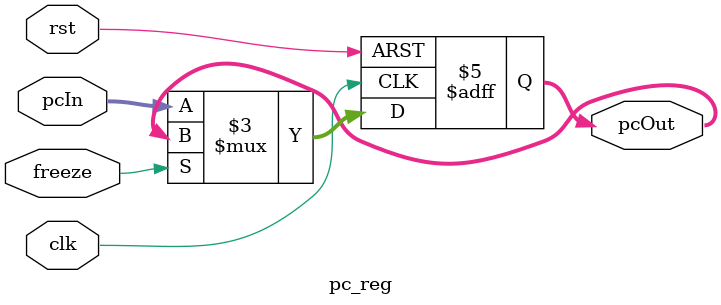
<source format=v>
module pc_reg(input clk,rst,freeze ,input [31:0] pcIn,output reg [31:0] pcOut);
    
    always @(posedge clk, posedge rst) begin 
        if (rst) 
            pcOut <= 32'd0;
        else if(~freeze) 
            pcOut<=pcIn;
    end

endmodule
</source>
